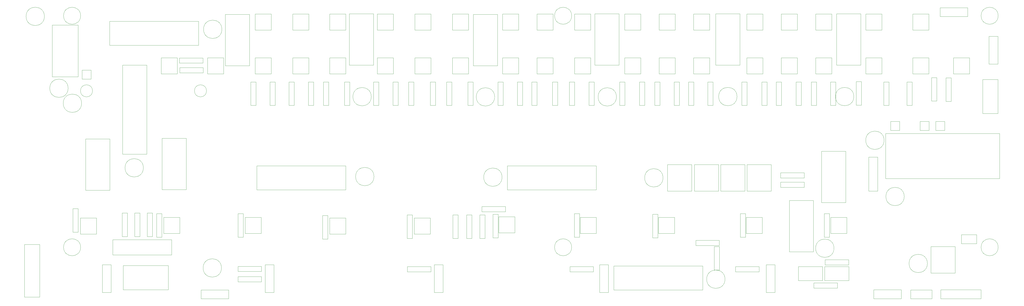
<source format=gbr>
G04 #@! TF.GenerationSoftware,KiCad,Pcbnew,(5.0.2)-1*
G04 #@! TF.CreationDate,2024-01-31T21:15:46+00:00*
G04 #@! TF.ProjectId,nova1200_fptest,6e6f7661-3132-4303-905f-667074657374,Rev 3*
G04 #@! TF.SameCoordinates,Original*
G04 #@! TF.FileFunction,Other,User*
%FSLAX46Y46*%
G04 Gerber Fmt 4.6, Leading zero omitted, Abs format (unit mm)*
G04 Created by KiCad (PCBNEW (5.0.2)-1) date 1/31/2024 9:15:46 PM*
%MOMM*%
%LPD*%
G01*
G04 APERTURE LIST*
%ADD10C,0.050000*%
G04 APERTURE END LIST*
D10*
G04 #@! TO.C,U19*
X316908000Y-79476000D02*
X316908000Y-90176000D01*
X316908000Y-90176000D02*
X326708000Y-90176000D01*
X326708000Y-90176000D02*
X326708000Y-79476000D01*
X326708000Y-79476000D02*
X316908000Y-79476000D01*
G04 #@! TO.C,R65*
X305723000Y-112715000D02*
X303623000Y-112715000D01*
X303623000Y-112715000D02*
X303623000Y-122235000D01*
X303623000Y-122235000D02*
X305723000Y-122235000D01*
X305723000Y-122235000D02*
X305723000Y-112715000D01*
G04 #@! TO.C,R64*
X305623000Y-112302000D02*
X305623000Y-110202000D01*
X305623000Y-110202000D02*
X296103000Y-110202000D01*
X296103000Y-110202000D02*
X296103000Y-112302000D01*
X296103000Y-112302000D02*
X305623000Y-112302000D01*
G04 #@! TO.C,J8*
X368278000Y-133880000D02*
X379478000Y-133880000D01*
X379478000Y-133880000D02*
X379478000Y-130280000D01*
X379478000Y-130280000D02*
X368278000Y-130280000D01*
X368278000Y-130280000D02*
X368278000Y-133880000D01*
G04 #@! TO.C,U23*
X347536000Y-120878000D02*
X337736000Y-120878000D01*
X347536000Y-126528000D02*
X347536000Y-120878000D01*
X337736000Y-126528000D02*
X347536000Y-126528000D01*
X337736000Y-120878000D02*
X337736000Y-126528000D01*
G04 #@! TO.C,U25*
X348404000Y-120878000D02*
X348404000Y-126528000D01*
X348404000Y-126528000D02*
X358204000Y-126528000D01*
X358204000Y-126528000D02*
X358204000Y-120878000D01*
X358204000Y-120878000D02*
X348404000Y-120878000D01*
G04 #@! TO.C,R63*
X348554000Y-120176000D02*
X358074000Y-120176000D01*
X348554000Y-118076000D02*
X348554000Y-120176000D01*
X358074000Y-118076000D02*
X348554000Y-118076000D01*
X358074000Y-120176000D02*
X358074000Y-118076000D01*
G04 #@! TO.C,R62*
X353502000Y-129574000D02*
X353502000Y-127474000D01*
X353502000Y-127474000D02*
X343982000Y-127474000D01*
X343982000Y-127474000D02*
X343982000Y-129574000D01*
X343982000Y-129574000D02*
X353502000Y-129574000D01*
G04 #@! TO.C,J4*
X403838000Y-111528000D02*
X409988000Y-111528000D01*
X409988000Y-111528000D02*
X409988000Y-107928000D01*
X409988000Y-107928000D02*
X403838000Y-107928000D01*
X403838000Y-107928000D02*
X403838000Y-111528000D01*
G04 #@! TO.C,J5*
X383264000Y-133880000D02*
X383264000Y-130330000D01*
X383264000Y-130330000D02*
X391914000Y-130330000D01*
X391914000Y-130330000D02*
X391914000Y-133880000D01*
X391914000Y-133880000D02*
X383264000Y-133880000D01*
G04 #@! TO.C,C18*
X372488000Y-69596000D02*
G75*
G03X372488000Y-69596000I-3720000J0D01*
G01*
G04 #@! TO.C,C19*
X103756000Y-121412000D02*
G75*
G03X103756000Y-121412000I-3720000J0D01*
G01*
G04 #@! TO.C,C17*
X352168000Y-113411000D02*
G75*
G03X352168000Y-113411000I-3720000J0D01*
G01*
G04 #@! TO.C,C16*
X390054000Y-119594000D02*
G75*
G03X390054000Y-119594000I-3720000J0D01*
G01*
G04 #@! TO.C,J24*
X395456000Y-133880000D02*
X411756000Y-133880000D01*
X411756000Y-133880000D02*
X411756000Y-130280000D01*
X411756000Y-130280000D02*
X395456000Y-130280000D01*
X395456000Y-130280000D02*
X395456000Y-133880000D01*
G04 #@! TO.C,U21*
X391457000Y-112750000D02*
X391457000Y-123450000D01*
X391457000Y-123450000D02*
X401257000Y-123450000D01*
X401257000Y-123450000D02*
X401257000Y-112750000D01*
X401257000Y-112750000D02*
X391457000Y-112750000D01*
G04 #@! TO.C,J9*
X366246000Y-76432000D02*
X366246000Y-90182000D01*
X366246000Y-90182000D02*
X369846000Y-90182000D01*
X369846000Y-90182000D02*
X369846000Y-76432000D01*
X369846000Y-76432000D02*
X366246000Y-76432000D01*
G04 #@! TO.C,R57*
X110429000Y-124934000D02*
X110429000Y-127034000D01*
X110429000Y-127034000D02*
X119949000Y-127034000D01*
X119949000Y-127034000D02*
X119949000Y-124934000D01*
X119949000Y-124934000D02*
X110429000Y-124934000D01*
G04 #@! TO.C,R58*
X119949000Y-120743000D02*
X110429000Y-120743000D01*
X119949000Y-122843000D02*
X119949000Y-120743000D01*
X110429000Y-122843000D02*
X119949000Y-122843000D01*
X110429000Y-120743000D02*
X110429000Y-122843000D01*
G04 #@! TO.C,R59*
X179136000Y-120870000D02*
X179136000Y-122970000D01*
X179136000Y-122970000D02*
X188656000Y-122970000D01*
X188656000Y-122970000D02*
X188656000Y-120870000D01*
X188656000Y-120870000D02*
X179136000Y-120870000D01*
G04 #@! TO.C,R60*
X254569000Y-120870000D02*
X245049000Y-120870000D01*
X254569000Y-122970000D02*
X254569000Y-120870000D01*
X245049000Y-122970000D02*
X254569000Y-122970000D01*
X245049000Y-120870000D02*
X245049000Y-122970000D01*
G04 #@! TO.C,R61*
X321752000Y-122970000D02*
X321752000Y-120870000D01*
X321752000Y-120870000D02*
X312232000Y-120870000D01*
X312232000Y-120870000D02*
X312232000Y-122970000D01*
X312232000Y-122970000D02*
X321752000Y-122970000D01*
G04 #@! TO.C,U18*
X334035000Y-94005000D02*
X334035000Y-114855000D01*
X334035000Y-114855000D02*
X343835000Y-114855000D01*
X343835000Y-114855000D02*
X343835000Y-94005000D01*
X343835000Y-94005000D02*
X334035000Y-94005000D01*
G04 #@! TO.C,R55*
X330520000Y-88680000D02*
X340040000Y-88680000D01*
X330520000Y-86580000D02*
X330520000Y-88680000D01*
X340040000Y-86580000D02*
X330520000Y-86580000D01*
X340040000Y-88680000D02*
X340040000Y-86580000D01*
G04 #@! TO.C,R56*
X340040000Y-84870000D02*
X340040000Y-82770000D01*
X340040000Y-82770000D02*
X330520000Y-82770000D01*
X330520000Y-82770000D02*
X330520000Y-84870000D01*
X330520000Y-84870000D02*
X340040000Y-84870000D01*
G04 #@! TO.C,J3*
X59668000Y-116100000D02*
X83568000Y-116100000D01*
X83568000Y-116100000D02*
X83568000Y-109950000D01*
X83568000Y-109950000D02*
X59668000Y-109950000D01*
X59668000Y-109950000D02*
X59668000Y-116100000D01*
G04 #@! TO.C,J2*
X23854000Y-111865000D02*
X23854000Y-133215000D01*
X23854000Y-133215000D02*
X30004000Y-133215000D01*
X30004000Y-133215000D02*
X30004000Y-111865000D01*
X30004000Y-111865000D02*
X23854000Y-111865000D01*
G04 #@! TO.C,J20*
X393424000Y-61954000D02*
X393424000Y-65554000D01*
X393424000Y-65554000D02*
X397024000Y-65554000D01*
X397024000Y-65554000D02*
X397024000Y-61954000D01*
X397024000Y-61954000D02*
X393424000Y-61954000D01*
G04 #@! TO.C,J19*
X95482000Y-133880000D02*
X95482000Y-130330000D01*
X95482000Y-130330000D02*
X106682000Y-130330000D01*
X106682000Y-130330000D02*
X106682000Y-133880000D01*
X106682000Y-133880000D02*
X95482000Y-133880000D01*
G04 #@! TO.C,J18*
X406402000Y-19326000D02*
X395202000Y-19326000D01*
X406402000Y-15776000D02*
X406402000Y-19326000D01*
X395202000Y-15776000D02*
X406402000Y-15776000D01*
X395202000Y-19326000D02*
X395202000Y-15776000D01*
G04 #@! TO.C,J17*
X328190000Y-131340000D02*
X324640000Y-131340000D01*
X324640000Y-131340000D02*
X324640000Y-120140000D01*
X324640000Y-120140000D02*
X328190000Y-120140000D01*
X328190000Y-120140000D02*
X328190000Y-131340000D01*
G04 #@! TO.C,U24*
X63855000Y-130259000D02*
X82205000Y-130259000D01*
X82205000Y-130259000D02*
X82205000Y-120459000D01*
X82205000Y-120459000D02*
X63855000Y-120459000D01*
X63855000Y-120459000D02*
X63855000Y-130259000D01*
G04 #@! TO.C,H1*
X97700000Y-49530000D02*
G75*
G03X97700000Y-49530000I-2450000J0D01*
G01*
G04 #@! TO.C,H2*
X51472000Y-49530000D02*
G75*
G03X51472000Y-49530000I-2450000J0D01*
G01*
G04 #@! TO.C,PAD2*
X46630000Y-19050000D02*
G75*
G03X46630000Y-19050000I-3450000J0D01*
G01*
G04 #@! TO.C,J7*
X418614000Y-38630000D02*
X418614000Y-27430000D01*
X418614000Y-27430000D02*
X415014000Y-27430000D01*
X415014000Y-27430000D02*
X415014000Y-38630000D01*
X415014000Y-38630000D02*
X418614000Y-38630000D01*
G04 #@! TO.C,J6*
X412474000Y-44936000D02*
X412474000Y-58686000D01*
X412474000Y-58686000D02*
X418624000Y-58686000D01*
X418624000Y-58686000D02*
X418624000Y-44936000D01*
X418624000Y-44936000D02*
X412474000Y-44936000D01*
G04 #@! TO.C,J16*
X260626000Y-131340000D02*
X257076000Y-131340000D01*
X257076000Y-131340000D02*
X257076000Y-120140000D01*
X257076000Y-120140000D02*
X260626000Y-120140000D01*
X260626000Y-120140000D02*
X260626000Y-131340000D01*
G04 #@! TO.C,J15*
X193570000Y-120140000D02*
X193570000Y-131340000D01*
X190020000Y-120140000D02*
X193570000Y-120140000D01*
X190020000Y-131340000D02*
X190020000Y-120140000D01*
X193570000Y-131340000D02*
X190020000Y-131340000D01*
G04 #@! TO.C,J12*
X124990000Y-131340000D02*
X121440000Y-131340000D01*
X121440000Y-131340000D02*
X121440000Y-120140000D01*
X121440000Y-120140000D02*
X124990000Y-120140000D01*
X124990000Y-120140000D02*
X124990000Y-131340000D01*
G04 #@! TO.C,J11*
X58950000Y-131340000D02*
X55400000Y-131340000D01*
X55400000Y-131340000D02*
X55400000Y-120140000D01*
X55400000Y-120140000D02*
X58950000Y-120140000D01*
X58950000Y-120140000D02*
X58950000Y-131340000D01*
G04 #@! TO.C,J14*
X378736000Y-61954000D02*
X375136000Y-61954000D01*
X378736000Y-65554000D02*
X378736000Y-61954000D01*
X375136000Y-65554000D02*
X378736000Y-65554000D01*
X375136000Y-61954000D02*
X375136000Y-65554000D01*
G04 #@! TO.C,J13*
X47222000Y-41126000D02*
X47222000Y-44726000D01*
X47222000Y-44726000D02*
X50822000Y-44726000D01*
X50822000Y-44726000D02*
X50822000Y-41126000D01*
X50822000Y-41126000D02*
X47222000Y-41126000D01*
G04 #@! TO.C,U20*
X45636000Y-22835000D02*
X35136000Y-22835000D01*
X45636000Y-43795000D02*
X45636000Y-22835000D01*
X35136000Y-43795000D02*
X45636000Y-43795000D01*
X35136000Y-22835000D02*
X35136000Y-43795000D01*
G04 #@! TO.C,J10*
X387074000Y-61954000D02*
X387074000Y-65554000D01*
X387074000Y-65554000D02*
X390674000Y-65554000D01*
X390674000Y-65554000D02*
X390674000Y-61954000D01*
X390674000Y-61954000D02*
X387074000Y-61954000D01*
G04 #@! TO.C,U8*
X316040000Y-79476000D02*
X306240000Y-79476000D01*
X316040000Y-90176000D02*
X316040000Y-79476000D01*
X306240000Y-90176000D02*
X316040000Y-90176000D01*
X306240000Y-79476000D02*
X306240000Y-90176000D01*
G04 #@! TO.C,U7*
X284650000Y-79476000D02*
X284650000Y-90176000D01*
X284650000Y-90176000D02*
X294450000Y-90176000D01*
X294450000Y-90176000D02*
X294450000Y-79476000D01*
X294450000Y-79476000D02*
X284650000Y-79476000D01*
G04 #@! TO.C,D47*
X357306000Y-100890000D02*
X350856000Y-100890000D01*
X357306000Y-107390000D02*
X357306000Y-100890000D01*
X350856000Y-107390000D02*
X357306000Y-107390000D01*
X350856000Y-100890000D02*
X350856000Y-107390000D01*
G04 #@! TO.C,D41*
X147656000Y-101144000D02*
X147656000Y-107644000D01*
X147656000Y-107644000D02*
X154106000Y-107644000D01*
X154106000Y-107644000D02*
X154106000Y-101144000D01*
X154106000Y-101144000D02*
X147656000Y-101144000D01*
G04 #@! TO.C,D39*
X86796000Y-100890000D02*
X80346000Y-100890000D01*
X86796000Y-107390000D02*
X86796000Y-100890000D01*
X80346000Y-107390000D02*
X86796000Y-107390000D01*
X80346000Y-100890000D02*
X80346000Y-107390000D01*
G04 #@! TO.C,D46*
X316566000Y-100890000D02*
X316566000Y-107390000D01*
X316566000Y-107390000D02*
X323016000Y-107390000D01*
X323016000Y-107390000D02*
X323016000Y-100890000D01*
X323016000Y-100890000D02*
X316566000Y-100890000D01*
G04 #@! TO.C,D43*
X222686000Y-100636000D02*
X216236000Y-100636000D01*
X222686000Y-107136000D02*
X222686000Y-100636000D01*
X216236000Y-107136000D02*
X222686000Y-107136000D01*
X216236000Y-100636000D02*
X216236000Y-107136000D01*
G04 #@! TO.C,D42*
X181946000Y-101144000D02*
X181946000Y-107644000D01*
X181946000Y-107644000D02*
X188396000Y-107644000D01*
X188396000Y-107644000D02*
X188396000Y-101144000D01*
X188396000Y-101144000D02*
X181946000Y-101144000D01*
G04 #@! TO.C,D40*
X119816000Y-100890000D02*
X113366000Y-100890000D01*
X119816000Y-107390000D02*
X119816000Y-100890000D01*
X113366000Y-107390000D02*
X119816000Y-107390000D01*
X113366000Y-100890000D02*
X113366000Y-107390000D01*
G04 #@! TO.C,D38*
X46564000Y-101144000D02*
X46564000Y-107644000D01*
X46564000Y-107644000D02*
X53014000Y-107644000D01*
X53014000Y-107644000D02*
X53014000Y-101144000D01*
X53014000Y-101144000D02*
X46564000Y-101144000D01*
G04 #@! TO.C,D45*
X287456000Y-100890000D02*
X281006000Y-100890000D01*
X287456000Y-107390000D02*
X287456000Y-100890000D01*
X281006000Y-107390000D02*
X287456000Y-107390000D01*
X281006000Y-100890000D02*
X281006000Y-107390000D01*
G04 #@! TO.C,D44*
X249256000Y-100890000D02*
X249256000Y-107390000D01*
X249256000Y-107390000D02*
X255706000Y-107390000D01*
X255706000Y-107390000D02*
X255706000Y-100890000D01*
X255706000Y-100890000D02*
X249256000Y-100890000D01*
G04 #@! TO.C,U15*
X118084000Y-89746000D02*
X154184000Y-89746000D01*
X154184000Y-89746000D02*
X154184000Y-79946000D01*
X154184000Y-79946000D02*
X118084000Y-79946000D01*
X118084000Y-79946000D02*
X118084000Y-89746000D01*
G04 #@! TO.C,U4*
X262864000Y-120586000D02*
X262864000Y-130386000D01*
X298964000Y-120586000D02*
X262864000Y-120586000D01*
X298964000Y-130386000D02*
X298964000Y-120586000D01*
X262864000Y-130386000D02*
X298964000Y-130386000D01*
G04 #@! TO.C,U3*
X219684000Y-89746000D02*
X255784000Y-89746000D01*
X255784000Y-89746000D02*
X255784000Y-79946000D01*
X255784000Y-79946000D02*
X219684000Y-79946000D01*
X219684000Y-79946000D02*
X219684000Y-89746000D01*
G04 #@! TO.C,U2*
X58394000Y-21272000D02*
X58394000Y-31072000D01*
X94494000Y-21272000D02*
X58394000Y-21272000D01*
X94494000Y-31072000D02*
X94494000Y-21272000D01*
X58394000Y-31072000D02*
X94494000Y-31072000D01*
G04 #@! TO.C,U1*
X63670000Y-39090000D02*
X63670000Y-75190000D01*
X63670000Y-75190000D02*
X73470000Y-75190000D01*
X73470000Y-75190000D02*
X73470000Y-39090000D01*
X73470000Y-39090000D02*
X63670000Y-39090000D01*
G04 #@! TO.C,U17*
X305372000Y-79476000D02*
X295572000Y-79476000D01*
X305372000Y-90176000D02*
X305372000Y-79476000D01*
X295572000Y-90176000D02*
X305372000Y-90176000D01*
X295572000Y-79476000D02*
X295572000Y-90176000D01*
G04 #@! TO.C,R44*
X246854000Y-99380000D02*
X246854000Y-108900000D01*
X248954000Y-99380000D02*
X246854000Y-99380000D01*
X248954000Y-108900000D02*
X248954000Y-99380000D01*
X246854000Y-108900000D02*
X248954000Y-108900000D01*
G04 #@! TO.C,R42*
X179036000Y-109408000D02*
X181136000Y-109408000D01*
X181136000Y-109408000D02*
X181136000Y-99888000D01*
X181136000Y-99888000D02*
X179036000Y-99888000D01*
X179036000Y-99888000D02*
X179036000Y-109408000D01*
G04 #@! TO.C,PAD3*
X245766000Y-19050000D02*
G75*
G03X245766000Y-19050000I-3450000J0D01*
G01*
G04 #@! TO.C,PAD4*
X245766000Y-113030000D02*
G75*
G03X245766000Y-113030000I-3450000J0D01*
G01*
G04 #@! TO.C,U5*
X363030000Y-18262000D02*
X353230000Y-18262000D01*
X363030000Y-39112000D02*
X363030000Y-18262000D01*
X353230000Y-39112000D02*
X363030000Y-39112000D01*
X353230000Y-18262000D02*
X353230000Y-39112000D01*
G04 #@! TO.C,U6*
X304208000Y-18262000D02*
X304208000Y-39112000D01*
X304208000Y-39112000D02*
X314008000Y-39112000D01*
X314008000Y-39112000D02*
X314008000Y-18262000D01*
X314008000Y-18262000D02*
X304208000Y-18262000D01*
G04 #@! TO.C,U9*
X205910000Y-18516000D02*
X205910000Y-39366000D01*
X205910000Y-39366000D02*
X215710000Y-39366000D01*
X215710000Y-39366000D02*
X215710000Y-18516000D01*
X215710000Y-18516000D02*
X205910000Y-18516000D01*
G04 #@! TO.C,U11*
X264986000Y-18262000D02*
X255186000Y-18262000D01*
X264986000Y-39112000D02*
X264986000Y-18262000D01*
X255186000Y-39112000D02*
X264986000Y-39112000D01*
X255186000Y-18262000D02*
X255186000Y-39112000D01*
G04 #@! TO.C,U12*
X115126000Y-18516000D02*
X105326000Y-18516000D01*
X115126000Y-39366000D02*
X115126000Y-18516000D01*
X105326000Y-39366000D02*
X115126000Y-39366000D01*
X105326000Y-18516000D02*
X105326000Y-39366000D01*
G04 #@! TO.C,U13*
X79672000Y-68808000D02*
X79672000Y-89658000D01*
X79672000Y-89658000D02*
X89472000Y-89658000D01*
X89472000Y-89658000D02*
X89472000Y-68808000D01*
X89472000Y-68808000D02*
X79672000Y-68808000D01*
G04 #@! TO.C,U14*
X58484000Y-69062000D02*
X48684000Y-69062000D01*
X58484000Y-89912000D02*
X58484000Y-69062000D01*
X48684000Y-89912000D02*
X58484000Y-89912000D01*
X48684000Y-69062000D02*
X48684000Y-89912000D01*
G04 #@! TO.C,U16*
X356934000Y-74015000D02*
X347134000Y-74015000D01*
X356934000Y-94865000D02*
X356934000Y-74015000D01*
X347134000Y-94865000D02*
X356934000Y-94865000D01*
X347134000Y-74015000D02*
X347134000Y-94865000D01*
G04 #@! TO.C,U10*
X165418000Y-18262000D02*
X155618000Y-18262000D01*
X165418000Y-39112000D02*
X165418000Y-18262000D01*
X155618000Y-39112000D02*
X165418000Y-39112000D01*
X155618000Y-18262000D02*
X155618000Y-39112000D01*
G04 #@! TO.C,R53*
X70646000Y-108646000D02*
X70646000Y-99126000D01*
X68546000Y-108646000D02*
X70646000Y-108646000D01*
X68546000Y-99126000D02*
X68546000Y-108646000D01*
X70646000Y-99126000D02*
X68546000Y-99126000D01*
G04 #@! TO.C,R45*
X278604000Y-109154000D02*
X280704000Y-109154000D01*
X280704000Y-109154000D02*
X280704000Y-99634000D01*
X280704000Y-99634000D02*
X278604000Y-99634000D01*
X278604000Y-99634000D02*
X278604000Y-109154000D01*
G04 #@! TO.C,R54*
X75726000Y-99126000D02*
X73626000Y-99126000D01*
X73626000Y-99126000D02*
X73626000Y-108646000D01*
X73626000Y-108646000D02*
X75726000Y-108646000D01*
X75726000Y-108646000D02*
X75726000Y-99126000D01*
G04 #@! TO.C,R46*
X314164000Y-99380000D02*
X314164000Y-108900000D01*
X316264000Y-99380000D02*
X314164000Y-99380000D01*
X316264000Y-108900000D02*
X316264000Y-99380000D01*
X314164000Y-108900000D02*
X316264000Y-108900000D01*
G04 #@! TO.C,R47*
X348200000Y-108900000D02*
X350300000Y-108900000D01*
X350300000Y-108900000D02*
X350300000Y-99380000D01*
X350300000Y-99380000D02*
X348200000Y-99380000D01*
X348200000Y-99380000D02*
X348200000Y-108900000D01*
G04 #@! TO.C,R48*
X218882000Y-96486000D02*
X209362000Y-96486000D01*
X218882000Y-98586000D02*
X218882000Y-96486000D01*
X209362000Y-98586000D02*
X218882000Y-98586000D01*
X209362000Y-96486000D02*
X209362000Y-98586000D01*
G04 #@! TO.C,R49*
X210600000Y-99888000D02*
X208500000Y-99888000D01*
X208500000Y-99888000D02*
X208500000Y-109408000D01*
X208500000Y-109408000D02*
X210600000Y-109408000D01*
X210600000Y-109408000D02*
X210600000Y-99888000D01*
G04 #@! TO.C,R50*
X199678000Y-109408000D02*
X199678000Y-99888000D01*
X197578000Y-109408000D02*
X199678000Y-109408000D01*
X197578000Y-99888000D02*
X197578000Y-109408000D01*
X199678000Y-99888000D02*
X197578000Y-99888000D01*
G04 #@! TO.C,R51*
X205266000Y-99888000D02*
X203166000Y-99888000D01*
X203166000Y-99888000D02*
X203166000Y-109408000D01*
X203166000Y-109408000D02*
X205266000Y-109408000D01*
X205266000Y-109408000D02*
X205266000Y-99888000D01*
G04 #@! TO.C,R52*
X65566000Y-108646000D02*
X65566000Y-99126000D01*
X63466000Y-108646000D02*
X65566000Y-108646000D01*
X63466000Y-99126000D02*
X63466000Y-108646000D01*
X65566000Y-99126000D02*
X63466000Y-99126000D01*
G04 #@! TO.C,R43*
X213834000Y-109154000D02*
X215934000Y-109154000D01*
X215934000Y-109154000D02*
X215934000Y-99634000D01*
X215934000Y-99634000D02*
X213834000Y-99634000D01*
X213834000Y-99634000D02*
X213834000Y-109154000D01*
G04 #@! TO.C,R19*
X314799000Y-45913000D02*
X314799000Y-55433000D01*
X316899000Y-45913000D02*
X314799000Y-45913000D01*
X316899000Y-55433000D02*
X316899000Y-45913000D01*
X314799000Y-55433000D02*
X316899000Y-55433000D01*
G04 #@! TO.C,R1*
X342993000Y-55433000D02*
X345093000Y-55433000D01*
X345093000Y-55433000D02*
X345093000Y-45913000D01*
X345093000Y-45913000D02*
X342993000Y-45913000D01*
X342993000Y-45913000D02*
X342993000Y-55433000D01*
G04 #@! TO.C,R2*
X336770000Y-45913000D02*
X336770000Y-55433000D01*
X338870000Y-45913000D02*
X336770000Y-45913000D01*
X338870000Y-55433000D02*
X338870000Y-45913000D01*
X336770000Y-55433000D02*
X338870000Y-55433000D01*
G04 #@! TO.C,R3*
X322927000Y-55433000D02*
X325027000Y-55433000D01*
X325027000Y-55433000D02*
X325027000Y-45913000D01*
X325027000Y-45913000D02*
X322927000Y-45913000D01*
X322927000Y-45913000D02*
X322927000Y-55433000D01*
G04 #@! TO.C,R31*
X115663000Y-55433000D02*
X117763000Y-55433000D01*
X117763000Y-55433000D02*
X117763000Y-45913000D01*
X117763000Y-45913000D02*
X115663000Y-45913000D01*
X115663000Y-45913000D02*
X115663000Y-55433000D01*
G04 #@! TO.C,R5*
X287367000Y-55433000D02*
X289467000Y-55433000D01*
X289467000Y-55433000D02*
X289467000Y-45913000D01*
X289467000Y-45913000D02*
X287367000Y-45913000D01*
X287367000Y-45913000D02*
X287367000Y-55433000D01*
G04 #@! TO.C,R6*
X273270000Y-45913000D02*
X273270000Y-55433000D01*
X275370000Y-45913000D02*
X273270000Y-45913000D01*
X275370000Y-55433000D02*
X275370000Y-45913000D01*
X273270000Y-55433000D02*
X275370000Y-55433000D01*
G04 #@! TO.C,R7*
X252823000Y-55433000D02*
X254923000Y-55433000D01*
X254923000Y-55433000D02*
X254923000Y-45913000D01*
X254923000Y-45913000D02*
X252823000Y-45913000D01*
X252823000Y-45913000D02*
X252823000Y-55433000D01*
G04 #@! TO.C,R8*
X237964000Y-45913000D02*
X237964000Y-55433000D01*
X240064000Y-45913000D02*
X237964000Y-45913000D01*
X240064000Y-55433000D02*
X240064000Y-45913000D01*
X237964000Y-55433000D02*
X240064000Y-55433000D01*
G04 #@! TO.C,R4*
X300956000Y-55433000D02*
X303056000Y-55433000D01*
X303056000Y-55433000D02*
X303056000Y-45913000D01*
X303056000Y-45913000D02*
X300956000Y-45913000D01*
X300956000Y-45913000D02*
X300956000Y-55433000D01*
G04 #@! TO.C,R40*
X110456000Y-108900000D02*
X112556000Y-108900000D01*
X112556000Y-108900000D02*
X112556000Y-99380000D01*
X112556000Y-99380000D02*
X110456000Y-99380000D01*
X110456000Y-99380000D02*
X110456000Y-108900000D01*
G04 #@! TO.C,R9*
X223740000Y-45913000D02*
X223740000Y-55433000D01*
X225840000Y-45913000D02*
X223740000Y-45913000D01*
X225840000Y-55433000D02*
X225840000Y-45913000D01*
X223740000Y-55433000D02*
X225840000Y-55433000D01*
G04 #@! TO.C,R17*
X350740000Y-55433000D02*
X352840000Y-55433000D01*
X352840000Y-55433000D02*
X352840000Y-45913000D01*
X352840000Y-45913000D02*
X350740000Y-45913000D01*
X350740000Y-45913000D02*
X350740000Y-55433000D01*
G04 #@! TO.C,R39*
X77436000Y-99380000D02*
X77436000Y-108900000D01*
X79536000Y-99380000D02*
X77436000Y-99380000D01*
X79536000Y-108900000D02*
X79536000Y-99380000D01*
X77436000Y-108900000D02*
X79536000Y-108900000D01*
G04 #@! TO.C,R38*
X43527000Y-106868000D02*
X45627000Y-106868000D01*
X45627000Y-106868000D02*
X45627000Y-97348000D01*
X45627000Y-97348000D02*
X43527000Y-97348000D01*
X43527000Y-97348000D02*
X43527000Y-106868000D01*
G04 #@! TO.C,R36*
X381728000Y-45913000D02*
X381728000Y-55433000D01*
X383828000Y-45913000D02*
X381728000Y-45913000D01*
X383828000Y-55433000D02*
X383828000Y-45913000D01*
X381728000Y-55433000D02*
X383828000Y-55433000D01*
G04 #@! TO.C,R18*
X328769000Y-55433000D02*
X330869000Y-55433000D01*
X330869000Y-55433000D02*
X330869000Y-45913000D01*
X330869000Y-45913000D02*
X328769000Y-45913000D01*
X328769000Y-45913000D02*
X328769000Y-55433000D01*
G04 #@! TO.C,R16*
X86680000Y-36161000D02*
X86680000Y-38261000D01*
X86680000Y-38261000D02*
X96200000Y-38261000D01*
X96200000Y-38261000D02*
X96200000Y-36161000D01*
X96200000Y-36161000D02*
X86680000Y-36161000D01*
G04 #@! TO.C,R15*
X123410000Y-45913000D02*
X123410000Y-55433000D01*
X125510000Y-45913000D02*
X123410000Y-45913000D01*
X125510000Y-55433000D02*
X125510000Y-45913000D01*
X123410000Y-55433000D02*
X125510000Y-55433000D01*
G04 #@! TO.C,R14*
X139031000Y-55433000D02*
X141131000Y-55433000D01*
X141131000Y-55433000D02*
X141131000Y-45913000D01*
X141131000Y-45913000D02*
X139031000Y-45913000D01*
X139031000Y-45913000D02*
X139031000Y-55433000D01*
G04 #@! TO.C,R13*
X153636000Y-45913000D02*
X153636000Y-55433000D01*
X155736000Y-45913000D02*
X153636000Y-45913000D01*
X155736000Y-55433000D02*
X155736000Y-45913000D01*
X153636000Y-55433000D02*
X155736000Y-55433000D01*
G04 #@! TO.C,R12*
X173321000Y-45913000D02*
X173321000Y-55433000D01*
X175421000Y-45913000D02*
X173321000Y-45913000D01*
X175421000Y-55433000D02*
X175421000Y-45913000D01*
X173321000Y-55433000D02*
X175421000Y-55433000D01*
G04 #@! TO.C,R11*
X188434000Y-55433000D02*
X190534000Y-55433000D01*
X190534000Y-55433000D02*
X190534000Y-45913000D01*
X190534000Y-45913000D02*
X188434000Y-45913000D01*
X188434000Y-45913000D02*
X188434000Y-55433000D01*
G04 #@! TO.C,R10*
X195038000Y-45913000D02*
X195038000Y-55433000D01*
X197138000Y-45913000D02*
X195038000Y-45913000D01*
X197138000Y-55433000D02*
X197138000Y-45913000D01*
X195038000Y-55433000D02*
X197138000Y-55433000D01*
G04 #@! TO.C,R20*
X293209000Y-55433000D02*
X295309000Y-55433000D01*
X295309000Y-55433000D02*
X295309000Y-45913000D01*
X295309000Y-45913000D02*
X293209000Y-45913000D01*
X293209000Y-45913000D02*
X293209000Y-55433000D01*
G04 #@! TO.C,R35*
X361154000Y-45786000D02*
X361154000Y-55306000D01*
X363254000Y-45786000D02*
X361154000Y-45786000D01*
X363254000Y-55306000D02*
X363254000Y-45786000D01*
X361154000Y-55306000D02*
X363254000Y-55306000D01*
G04 #@! TO.C,R34*
X372330000Y-55433000D02*
X374430000Y-55433000D01*
X374430000Y-55433000D02*
X374430000Y-45913000D01*
X374430000Y-45913000D02*
X372330000Y-45913000D01*
X372330000Y-45913000D02*
X372330000Y-55433000D01*
G04 #@! TO.C,R33*
X391761000Y-44135000D02*
X391761000Y-53655000D01*
X393861000Y-44135000D02*
X391761000Y-44135000D01*
X393861000Y-53655000D02*
X393861000Y-44135000D01*
X391761000Y-53655000D02*
X393861000Y-53655000D01*
G04 #@! TO.C,R32*
X86807000Y-42198000D02*
X96327000Y-42198000D01*
X86807000Y-40098000D02*
X86807000Y-42198000D01*
X96327000Y-40098000D02*
X86807000Y-40098000D01*
X96327000Y-42198000D02*
X96327000Y-40098000D01*
G04 #@! TO.C,R30*
X131157000Y-55433000D02*
X133257000Y-55433000D01*
X133257000Y-55433000D02*
X133257000Y-45913000D01*
X133257000Y-45913000D02*
X131157000Y-45913000D01*
X131157000Y-45913000D02*
X131157000Y-55433000D01*
G04 #@! TO.C,R29*
X145127000Y-45913000D02*
X145127000Y-55433000D01*
X147227000Y-45913000D02*
X145127000Y-45913000D01*
X147227000Y-55433000D02*
X147227000Y-45913000D01*
X145127000Y-55433000D02*
X147227000Y-55433000D01*
G04 #@! TO.C,R28*
X165447000Y-45913000D02*
X165447000Y-55433000D01*
X167547000Y-45913000D02*
X165447000Y-45913000D01*
X167547000Y-55433000D02*
X167547000Y-45913000D01*
X165447000Y-55433000D02*
X167547000Y-55433000D01*
G04 #@! TO.C,R27*
X179671000Y-55433000D02*
X181771000Y-55433000D01*
X181771000Y-55433000D02*
X181771000Y-45913000D01*
X181771000Y-45913000D02*
X179671000Y-45913000D01*
X179671000Y-45913000D02*
X179671000Y-55433000D01*
G04 #@! TO.C,R26*
X203674000Y-45913000D02*
X203674000Y-55433000D01*
X205774000Y-45913000D02*
X203674000Y-45913000D01*
X205774000Y-55433000D02*
X205774000Y-45913000D01*
X203674000Y-55433000D02*
X205774000Y-55433000D01*
G04 #@! TO.C,R41*
X144746000Y-109662000D02*
X146846000Y-109662000D01*
X146846000Y-109662000D02*
X146846000Y-100142000D01*
X146846000Y-100142000D02*
X144746000Y-100142000D01*
X144746000Y-100142000D02*
X144746000Y-109662000D01*
G04 #@! TO.C,R24*
X229582000Y-45913000D02*
X229582000Y-55433000D01*
X231682000Y-45913000D02*
X229582000Y-45913000D01*
X231682000Y-55433000D02*
X231682000Y-45913000D01*
X229582000Y-55433000D02*
X231682000Y-55433000D01*
G04 #@! TO.C,R23*
X244822000Y-55433000D02*
X246922000Y-55433000D01*
X246922000Y-55433000D02*
X246922000Y-45913000D01*
X246922000Y-45913000D02*
X244822000Y-45913000D01*
X244822000Y-45913000D02*
X244822000Y-55433000D01*
G04 #@! TO.C,R22*
X265269000Y-45913000D02*
X265269000Y-55433000D01*
X267369000Y-45913000D02*
X265269000Y-45913000D01*
X267369000Y-55433000D02*
X267369000Y-45913000D01*
X265269000Y-55433000D02*
X267369000Y-55433000D01*
G04 #@! TO.C,R21*
X279493000Y-55433000D02*
X281593000Y-55433000D01*
X281593000Y-55433000D02*
X281593000Y-45913000D01*
X281593000Y-45913000D02*
X279493000Y-45913000D01*
X279493000Y-45913000D02*
X279493000Y-55433000D01*
G04 #@! TO.C,R25*
X215866000Y-45913000D02*
X215866000Y-55433000D01*
X217966000Y-45913000D02*
X215866000Y-45913000D01*
X217966000Y-55433000D02*
X217966000Y-45913000D01*
X215866000Y-55433000D02*
X217966000Y-55433000D01*
G04 #@! TO.C,R37*
X397603000Y-53782000D02*
X399703000Y-53782000D01*
X399703000Y-53782000D02*
X399703000Y-44262000D01*
X399703000Y-44262000D02*
X397603000Y-44262000D01*
X397603000Y-44262000D02*
X397603000Y-53782000D01*
G04 #@! TO.C,A1*
X419350000Y-66816000D02*
X419350000Y-85096000D01*
X419350000Y-66816000D02*
X373130000Y-66816000D01*
X373130000Y-85096000D02*
X419350000Y-85096000D01*
X373130000Y-85096000D02*
X373130000Y-66816000D01*
G04 #@! TO.C,D25*
X224210000Y-18340000D02*
X217760000Y-18340000D01*
X224210000Y-24840000D02*
X224210000Y-18340000D01*
X217760000Y-24840000D02*
X224210000Y-24840000D01*
X217760000Y-18340000D02*
X217760000Y-24840000D01*
G04 #@! TO.C,D19*
X323270000Y-18340000D02*
X316820000Y-18340000D01*
X323270000Y-24840000D02*
X323270000Y-18340000D01*
X316820000Y-24840000D02*
X323270000Y-24840000D01*
X316820000Y-18340000D02*
X316820000Y-24840000D01*
G04 #@! TO.C,D20*
X301680000Y-18340000D02*
X295230000Y-18340000D01*
X301680000Y-24840000D02*
X301680000Y-18340000D01*
X295230000Y-24840000D02*
X301680000Y-24840000D01*
X295230000Y-18340000D02*
X295230000Y-24840000D01*
G04 #@! TO.C,D3*
X323270000Y-36120000D02*
X316820000Y-36120000D01*
X323270000Y-42620000D02*
X323270000Y-36120000D01*
X316820000Y-42620000D02*
X323270000Y-42620000D01*
X316820000Y-36120000D02*
X316820000Y-42620000D01*
G04 #@! TO.C,D18*
X337240000Y-18340000D02*
X330790000Y-18340000D01*
X337240000Y-24840000D02*
X337240000Y-18340000D01*
X330790000Y-24840000D02*
X337240000Y-24840000D01*
X330790000Y-18340000D02*
X330790000Y-24840000D01*
G04 #@! TO.C,D17*
X351210000Y-18340000D02*
X344760000Y-18340000D01*
X351210000Y-24840000D02*
X351210000Y-18340000D01*
X344760000Y-24840000D02*
X351210000Y-24840000D01*
X344760000Y-18340000D02*
X344760000Y-24840000D01*
G04 #@! TO.C,D16*
X98126000Y-36120000D02*
X98126000Y-42620000D01*
X98126000Y-42620000D02*
X104576000Y-42620000D01*
X104576000Y-42620000D02*
X104576000Y-36120000D01*
X104576000Y-36120000D02*
X98126000Y-36120000D01*
G04 #@! TO.C,D15*
X117430000Y-36120000D02*
X117430000Y-42620000D01*
X117430000Y-42620000D02*
X123880000Y-42620000D01*
X123880000Y-42620000D02*
X123880000Y-36120000D01*
X123880000Y-36120000D02*
X117430000Y-36120000D01*
G04 #@! TO.C,D14*
X132670000Y-36120000D02*
X132670000Y-42620000D01*
X132670000Y-42620000D02*
X139120000Y-42620000D01*
X139120000Y-42620000D02*
X139120000Y-36120000D01*
X139120000Y-36120000D02*
X132670000Y-36120000D01*
G04 #@! TO.C,D13*
X147656000Y-36120000D02*
X147656000Y-42620000D01*
X147656000Y-42620000D02*
X154106000Y-42620000D01*
X154106000Y-42620000D02*
X154106000Y-36120000D01*
X154106000Y-36120000D02*
X147656000Y-36120000D01*
G04 #@! TO.C,D12*
X173410000Y-36120000D02*
X166960000Y-36120000D01*
X173410000Y-42620000D02*
X173410000Y-36120000D01*
X166960000Y-42620000D02*
X173410000Y-42620000D01*
X166960000Y-36120000D02*
X166960000Y-42620000D01*
G04 #@! TO.C,D11*
X188650000Y-36120000D02*
X182200000Y-36120000D01*
X188650000Y-42620000D02*
X188650000Y-36120000D01*
X182200000Y-42620000D02*
X188650000Y-42620000D01*
X182200000Y-36120000D02*
X182200000Y-42620000D01*
G04 #@! TO.C,D10*
X203890000Y-36120000D02*
X197440000Y-36120000D01*
X203890000Y-42620000D02*
X203890000Y-36120000D01*
X197440000Y-42620000D02*
X203890000Y-42620000D01*
X197440000Y-36120000D02*
X197440000Y-42620000D01*
G04 #@! TO.C,D9*
X224210000Y-36120000D02*
X217760000Y-36120000D01*
X224210000Y-42620000D02*
X224210000Y-36120000D01*
X217760000Y-42620000D02*
X224210000Y-42620000D01*
X217760000Y-36120000D02*
X217760000Y-42620000D01*
G04 #@! TO.C,D8*
X238180000Y-36120000D02*
X231730000Y-36120000D01*
X238180000Y-42620000D02*
X238180000Y-36120000D01*
X231730000Y-42620000D02*
X238180000Y-42620000D01*
X231730000Y-36120000D02*
X231730000Y-42620000D01*
G04 #@! TO.C,D7*
X253420000Y-36120000D02*
X246970000Y-36120000D01*
X253420000Y-42620000D02*
X253420000Y-36120000D01*
X246970000Y-42620000D02*
X253420000Y-42620000D01*
X246970000Y-36120000D02*
X246970000Y-42620000D01*
G04 #@! TO.C,D6*
X273740000Y-36120000D02*
X267290000Y-36120000D01*
X273740000Y-42620000D02*
X273740000Y-36120000D01*
X267290000Y-42620000D02*
X273740000Y-42620000D01*
X267290000Y-36120000D02*
X267290000Y-42620000D01*
G04 #@! TO.C,D4*
X301680000Y-36120000D02*
X295230000Y-36120000D01*
X301680000Y-42620000D02*
X301680000Y-36120000D01*
X295230000Y-42620000D02*
X301680000Y-42620000D01*
X295230000Y-36120000D02*
X295230000Y-42620000D01*
G04 #@! TO.C,D2*
X337240000Y-36120000D02*
X330790000Y-36120000D01*
X337240000Y-42620000D02*
X337240000Y-36120000D01*
X330790000Y-42620000D02*
X337240000Y-42620000D01*
X330790000Y-36120000D02*
X330790000Y-42620000D01*
G04 #@! TO.C,D23*
X253420000Y-18340000D02*
X246970000Y-18340000D01*
X253420000Y-24840000D02*
X253420000Y-18340000D01*
X246970000Y-24840000D02*
X253420000Y-24840000D01*
X246970000Y-18340000D02*
X246970000Y-24840000D01*
G04 #@! TO.C,D5*
X287710000Y-36120000D02*
X281260000Y-36120000D01*
X287710000Y-42620000D02*
X287710000Y-36120000D01*
X281260000Y-42620000D02*
X287710000Y-42620000D01*
X281260000Y-36120000D02*
X281260000Y-42620000D01*
G04 #@! TO.C,D21*
X287710000Y-18340000D02*
X281260000Y-18340000D01*
X287710000Y-24840000D02*
X287710000Y-18340000D01*
X281260000Y-24840000D02*
X287710000Y-24840000D01*
X281260000Y-18340000D02*
X281260000Y-24840000D01*
G04 #@! TO.C,D37*
X407090000Y-36120000D02*
X400640000Y-36120000D01*
X407090000Y-42620000D02*
X407090000Y-36120000D01*
X400640000Y-42620000D02*
X407090000Y-42620000D01*
X400640000Y-36120000D02*
X400640000Y-42620000D01*
G04 #@! TO.C,D1*
X351210000Y-36120000D02*
X344760000Y-36120000D01*
X351210000Y-42620000D02*
X351210000Y-36120000D01*
X344760000Y-42620000D02*
X351210000Y-42620000D01*
X344760000Y-36120000D02*
X344760000Y-42620000D01*
G04 #@! TO.C,D36*
X390580000Y-36120000D02*
X384130000Y-36120000D01*
X390580000Y-42620000D02*
X390580000Y-36120000D01*
X384130000Y-42620000D02*
X390580000Y-42620000D01*
X384130000Y-36120000D02*
X384130000Y-42620000D01*
G04 #@! TO.C,D35*
X371530000Y-36120000D02*
X365080000Y-36120000D01*
X371530000Y-42620000D02*
X371530000Y-36120000D01*
X365080000Y-42620000D02*
X371530000Y-42620000D01*
X365080000Y-36120000D02*
X365080000Y-42620000D01*
G04 #@! TO.C,D34*
X371530000Y-18340000D02*
X365080000Y-18340000D01*
X371530000Y-24840000D02*
X371530000Y-18340000D01*
X365080000Y-24840000D02*
X371530000Y-24840000D01*
X365080000Y-18340000D02*
X365080000Y-24840000D01*
G04 #@! TO.C,D33*
X390580000Y-18340000D02*
X384130000Y-18340000D01*
X390580000Y-24840000D02*
X390580000Y-18340000D01*
X384130000Y-24840000D02*
X390580000Y-24840000D01*
X384130000Y-18340000D02*
X384130000Y-24840000D01*
G04 #@! TO.C,D32*
X79330000Y-36120000D02*
X79330000Y-42620000D01*
X79330000Y-42620000D02*
X85780000Y-42620000D01*
X85780000Y-42620000D02*
X85780000Y-36120000D01*
X85780000Y-36120000D02*
X79330000Y-36120000D01*
G04 #@! TO.C,D31*
X117430000Y-18340000D02*
X117430000Y-24840000D01*
X117430000Y-24840000D02*
X123880000Y-24840000D01*
X123880000Y-24840000D02*
X123880000Y-18340000D01*
X123880000Y-18340000D02*
X117430000Y-18340000D01*
G04 #@! TO.C,D30*
X132670000Y-18340000D02*
X132670000Y-24840000D01*
X132670000Y-24840000D02*
X139120000Y-24840000D01*
X139120000Y-24840000D02*
X139120000Y-18340000D01*
X139120000Y-18340000D02*
X132670000Y-18340000D01*
G04 #@! TO.C,D29*
X147656000Y-18340000D02*
X147656000Y-24840000D01*
X147656000Y-24840000D02*
X154106000Y-24840000D01*
X154106000Y-24840000D02*
X154106000Y-18340000D01*
X154106000Y-18340000D02*
X147656000Y-18340000D01*
G04 #@! TO.C,D28*
X173410000Y-18340000D02*
X166960000Y-18340000D01*
X173410000Y-24840000D02*
X173410000Y-18340000D01*
X166960000Y-24840000D02*
X173410000Y-24840000D01*
X166960000Y-18340000D02*
X166960000Y-24840000D01*
G04 #@! TO.C,D27*
X188650000Y-18340000D02*
X182200000Y-18340000D01*
X188650000Y-24840000D02*
X188650000Y-18340000D01*
X182200000Y-24840000D02*
X188650000Y-24840000D01*
X182200000Y-18340000D02*
X182200000Y-24840000D01*
G04 #@! TO.C,D26*
X203890000Y-18340000D02*
X197440000Y-18340000D01*
X203890000Y-24840000D02*
X203890000Y-18340000D01*
X197440000Y-24840000D02*
X203890000Y-24840000D01*
X197440000Y-18340000D02*
X197440000Y-24840000D01*
G04 #@! TO.C,D24*
X238180000Y-18340000D02*
X231730000Y-18340000D01*
X238180000Y-24840000D02*
X238180000Y-18340000D01*
X231730000Y-24840000D02*
X238180000Y-24840000D01*
X231730000Y-18340000D02*
X231730000Y-24840000D01*
G04 #@! TO.C,D22*
X273740000Y-18340000D02*
X267290000Y-18340000D01*
X273740000Y-24840000D02*
X273740000Y-18340000D01*
X267290000Y-24840000D02*
X273740000Y-24840000D01*
X267290000Y-18340000D02*
X267290000Y-24840000D01*
G04 #@! TO.C,C15*
X307972000Y-125984000D02*
G75*
G03X307972000Y-125984000I-3720000J0D01*
G01*
G04 #@! TO.C,C14*
X47027000Y-54570000D02*
G75*
G03X47027000Y-54570000I-3720000J0D01*
G01*
G04 #@! TO.C,C13*
X282826000Y-84836000D02*
G75*
G03X282826000Y-84836000I-3720000J0D01*
G01*
G04 #@! TO.C,C12*
X380656000Y-92416000D02*
G75*
G03X380656000Y-92416000I-3720000J0D01*
G01*
G04 #@! TO.C,C11*
X164502000Y-51903000D02*
G75*
G03X164502000Y-51903000I-3720000J0D01*
G01*
G04 #@! TO.C,C10*
X360209000Y-51856000D02*
G75*
G03X360209000Y-51856000I-3720000J0D01*
G01*
G04 #@! TO.C,C9*
X31954000Y-19304000D02*
G75*
G03X31954000Y-19304000I-3720000J0D01*
G01*
G04 #@! TO.C,C8*
X41566000Y-48474000D02*
G75*
G03X41566000Y-48474000I-3720000J0D01*
G01*
G04 #@! TO.C,C7*
X217548000Y-84582000D02*
G75*
G03X217548000Y-84582000I-3720000J0D01*
G01*
G04 #@! TO.C,C6*
X103923000Y-24551000D02*
G75*
G03X103923000Y-24551000I-3720000J0D01*
G01*
G04 #@! TO.C,C5*
X72086000Y-80772000D02*
G75*
G03X72086000Y-80772000I-3720000J0D01*
G01*
G04 #@! TO.C,C4*
X263943000Y-51983000D02*
G75*
G03X263943000Y-51983000I-3720000J0D01*
G01*
G04 #@! TO.C,C3*
X165605000Y-84328000D02*
G75*
G03X165605000Y-84328000I-3720000J0D01*
G01*
G04 #@! TO.C,C2*
X312838000Y-51856000D02*
G75*
G03X312838000Y-51856000I-3720000J0D01*
G01*
G04 #@! TO.C,C1*
X214540000Y-51983000D02*
G75*
G03X214540000Y-51983000I-3720000J0D01*
G01*
G04 #@! TO.C,PAD6*
X418740000Y-19050000D02*
G75*
G03X418740000Y-19050000I-3450000J0D01*
G01*
G04 #@! TO.C,PAD5*
X418740000Y-113030000D02*
G75*
G03X418740000Y-113030000I-3450000J0D01*
G01*
G04 #@! TO.C,PAD1*
X46630000Y-113030000D02*
G75*
G03X46630000Y-113030000I-3450000J0D01*
G01*
G04 #@! TD*
M02*

</source>
